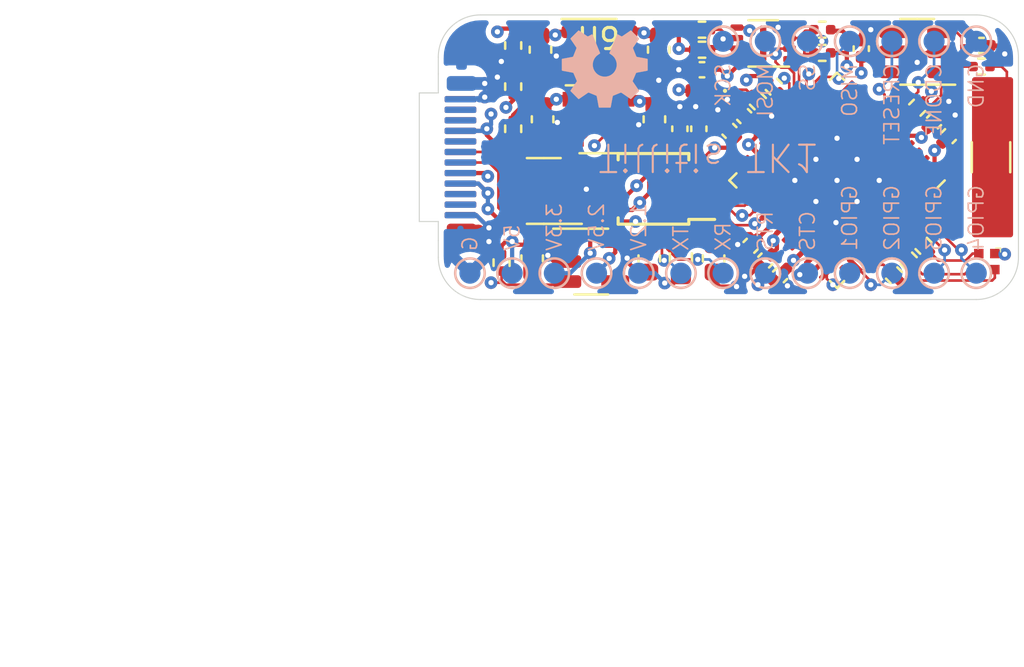
<source format=kicad_pcb>
(kicad_pcb (version 20211014) (generator pcbnew)
  (layers (0 "F.Cu" signal) (1 "In1.Cu" signal) (2 "In2.Cu" signal) (31 "B.Cu" signal) (34 "B.Paste" user) (35 "F.Paste" user) (36 "B.SilkS" user "B.Silkscreen") (37 "F.SilkS" user "F.Silkscreen") (38 "B.Mask" user) (39 "F.Mask" user) (44 "Edge.Cuts" user))
  (net 0 "")
  (net 1 "GND")
  (net 2 "+5V")
  (net 3 "+3V3")
  (net 4 "+2V5")
  (net 5 "+1V2")
  (net 6 "Net-(D3-Pad2)")
  (net 7 "Net-(D3-Pad4)")
  (net 8 "Net-(D3-Pad3)")
  (net 9 "/USB to Serial converter/INT_USB_IN_D+")
  (net 10 "APP_CDONE")
  (net 11 "APP_CRESET")
  (net 12 "APP_ICE_SCK")
  (net 13 "Net-(R1-Pad2)")
  (net 14 "VCC_OK")
  (net 17 "APP_LED_RED")
  (net 18 "APP_LED_GREEN")
  (net 19 "APP_LED_BLUE")
  (net 20 "SPI_VCC_OK")
  (net 21 "/USB to Serial converter/INT_USB_IN_D-")
  (net 22 "INT_USB_D+")
  (net 23 "INT_USB_D-")
  (net 24 "/Application FPGA/APP_+1.2_PLL")
  (net 25 "INTERFACE_TX")
  (net 28 "Net-(P1-PadA5)")
  (net 47 "APP_ICE_SS")
  (net 48 "APP_ICE_MOSI")
  (net 49 "APP_ICE_MISO")
  (net 57 "INTERFACE_RX")
  (net 58 "INTERFACE_RTS")
  (net 59 "INTERFACE_CTS")
  (net 60 "Net-(C27-Pad1)")
  (net 63 "/Application FPGA/APP_FLASH_WP")
  (net 64 "/Application FPGA/APP_FLASH_HOLD")
  (net 65 "APP_GPIO1")
  (net 66 "APP_GPIO2")
  (net 67 "APP_GPIO3")
  (net 68 "APP_GPIO4")
  (net 69 "TOUCH_EVENT")
  (net 70 "Net-(D1-Pad1)")
  (net 72 "/Application FPGA/TOUCH_PAD")
  (footprint "mta1:CAPC1005X06L" (layer "F.Cu") (at 111.45 92.65 90)
    (fp_text reference "C7" hide)
    (fp_text value "0.10uF" hide)
  )
  (footprint "mta1:CAPC1005X06L" (layer "F.Cu") (at 112.35 92.65 90)
    (fp_text reference "C13" hide)
    (fp_text value "0.10uF" hide)
  )
  (footprint "mta1:CAPC1005X06L" (layer "F.Cu") (at 123.5 92.3 45)
    (fp_text reference "C16" hide)
    (fp_text value "0.10uF" hide)
  )
  (footprint "mta1:CAPC1005X06L" (layer "F.Cu") (at 114.8 98.2 -135)
    (fp_text reference "C17" hide)
    (fp_text value "0.10uF" hide)
  )
  (footprint "mta1:CAPC1005X06L" (layer "F.Cu") (at 113.8 92.75 135)
    (fp_text reference "C18" hide)
    (fp_text value "0.10uF" hide)
  )
  (footprint "mta1:CAPC1005X06L" (layer "F.Cu") (at 124.2 93 45)
    (fp_text reference "C19" hide)
    (fp_text value "0.10uF" hide)
  )
  (footprint "mta1:CAPC1005X06L" (layer "F.Cu") (at 115.5 98.9 -135)
    (fp_text reference "C20" hide)
    (fp_text value "0.10uF" hide)
  )
  (footprint "mta1:CAPC1005X06L" (layer "F.Cu") (at 116.2 99.6 -135)
    (fp_text reference "C21" hide)
    (fp_text value "0.10uF" hide)
  )
  (footprint "LED_SMD:LED_0402_1005Metric" (layer "F.Cu") (at 112.5 90.85 180)
    (fp_text reference "D1" hide)
    (fp_text value "0402 indicator LED, blue" hide)
  )
  (footprint "mta1:0402rgb-1010" (layer "F.Cu") (at 126 98.95 90)
    (fp_text reference "D3")
    (fp_text value "LED_ARGB" hide)
  )
  (footprint "mta1:ERJ2G(0402)_L" (layer "F.Cu") (at 103.55 88.7 -90)
    (fp_text reference "R1" hide)
    (fp_text value "10k" hide)
  )
  (footprint "mta1:ERJ2G(0402)_L" (layer "F.Cu") (at 103.55 92.65 -90)
    (fp_text reference "R2" hide)
    (fp_text value "10k" hide)
  )
  (footprint "mta1:ERJ2G(0402)_L" (layer "F.Cu") (at 121.6 99.6 -45)
    (fp_text reference "R16" hide)
    (fp_text value "1k" hide)
  )
  (footprint "mta1:ERJ2G(0402)_L" (layer "F.Cu") (at 122.3 98.9 -45)
    (fp_text reference "R17" hide)
    (fp_text value "1k" hide)
  )
  (footprint "mta1:ERJ2G(0402)_L" (layer "F.Cu") (at 123 98.2 -45)
    (fp_text reference "R18" hide)
    (fp_text value "1k" hide)
  )
  (footprint "mta1:ERJ2G(0402)_L" (layer "F.Cu") (at 122.7 91.65 -135)
    (fp_text reference "R19" hide)
    (fp_text value "10k" hide)
  )
  (footprint "Package_TO_SOT_SMD:SOT-23-6" (layer "F.Cu") (at 105 95.6 180)
    (fp_text reference "U5" hide)
    (fp_text value "USBLC6-2SC6" hide)
  )
  (footprint "Package_DFN_QFN:QFN-48-1EP_7x7mm_P0.5mm_EP5.6x5.6mm" (layer "F.Cu") (at 118.9 95.1 -135)
    (fp_text reference "U6" hide)
    (fp_text value "ICE40UP5K-SG48ITR" hide)
  )
  (footprint "mta1:CAPC1608X09L" (layer "F.Cu") (at 104.94375 92.2 -90)
    (fp_text reference "C6" hide)
    (fp_text value "10uF" hide)
  )
  (footprint "mta1:CAPC1608X09L" (layer "F.Cu") (at 113.05 98.8 -90)
    (fp_text reference "C25" hide)
    (fp_text value "10uF" hide)
  )
  (footprint "mta1:Ferritbead_0603_1608Metric" (layer "F.Cu") (at 111.5 98.8 -90)
    (fp_text reference "FB3" hide)
    (fp_text value "BLM18KG300TN1D" hide)
  )
  (footprint "mta1:ERJ2G(0402)_L" (layer "F.Cu") (at 103 99 -90)
    (fp_text reference "R22" hide)
    (fp_text value "10k" hide)
  )
  (footprint "mta1:ERJ2G(0402)_L" (layer "F.Cu") (at 103.55 90.65 90)
    (fp_text reference "R29" hide)
    (fp_text value "5.1k" hide)
  )
  (footprint "mta1:ERJ2G(0402)_L" (layer "F.Cu") (at 115.9 90.65 -45)
    (fp_text reference "R20" hide)
    (fp_text value "10k" hide)
  )
  (footprint "mta1:CAPC1608X09L" (layer "F.Cu") (at 104.84375 88.9 -90)
    (fp_text reference "C1" hide)
    (fp_text value "10uF" hide)
  )
  (footprint "mta1:CAPC1608X09L" (layer "F.Cu") (at 110.45 88.9 -90)
    (fp_text reference "C5" hide)
    (fp_text value "10uF" hide)
  )
  (footprint "Package_TO_SOT_SMD:SOT-23-5" (layer "F.Cu") (at 107.64375 89)
    (fp_text reference "U2" hide)
    (fp_text value "MIC5258-1.2YM5" hide)
  )
  (footprint "mta1:CAPC1608X09L" (layer "F.Cu") (at 110 98.8 -90)
    (fp_text reference "C4" hide)
    (fp_text value "10uF" hide)
  )
  (footprint "mta1:CAPC1608X09L" (layer "F.Cu") (at 104.45 98.8 -90)
    (fp_text reference "C2" hide)
    (fp_text value "10uF" hide)
  )
  (footprint "Package_TO_SOT_SMD:SOT-23-5" (layer "F.Cu") (at 107.25 98.95)
    (fp_text reference "U1" hide)
    (fp_text value "MCP1824T-2502EOT" hide)
  )
  (footprint "mta1:CAPC1608X09L" (layer "F.Cu") (at 110.24375 92.2 -90)
    (fp_text reference "C3" hide)
    (fp_text value "10uF" hide)
  )
  (footprint "mta1:ERJ2G(0402)_L" (layer "F.Cu") (at 115.15 91.35 -45)
    (fp_text reference "R3" hide)
    (fp_text value "1k" hide)
  )
  (footprint "mta1:CAPC1005X06L" (layer "F.Cu") (at 114.5 92.05 135)
    (fp_text reference "C22" hide)
    (fp_text value "0.10uF" hide)
  )
  (footprint "mta1:NCP752BSN33T1G" (layer "F.Cu") (at 107.59375 92.2)
    (fp_text reference "U9")
    (fp_text value "NCP752BSN33T1G" hide)
  )
  (footprint "mta1:ERJ2G(0402)_L" (layer "F.Cu") (at 118.2 87.95 180)
    (fp_text reference "R25" hide)
    (fp_text value "10k" hide)
  )
  (footprint "mta1:CAPC1005X06L" (layer "F.Cu") (at 112.5 89.85 180)
    (fp_text reference "C23" hide)
    (fp_text value "0.10uF" hide)
  )
  (footprint "Package_SO:MSOP-10_3x3mm_P0.5mm" (layer "F.Cu") (at 110.2 95.5 180)
    (fp_text reference "U3" hide)
    (fp_text value "CH552E" hide)
  )
  (footprint "mta1:CAPC1005X06L" (layer "F.Cu") (at 120.05 88.85 90)
    (fp_text reference "C26" hide)
    (fp_text value "0.10uF" hide)
  )
  (footprint "mta1:ERJ2G(0402)_L" (layer "F.Cu") (at 118.2 89.05 180)
    (fp_text reference "R23" hide)
    (fp_text value "10k" hide)
  )
  (footprint "mta1:ERJ2G(0402)_L" (layer "F.Cu") (at 112.5 88.9)
    (fp_text reference "R26" hide)
    (fp_text value "10k" hide)
  )
  (footprint "Package_TO_SOT_SMD:SOT-23-6" (layer "F.Cu") (at 122.7 89 180)
    (fp_text reference "U10" hide)
    (fp_text value "PT2043AT6" hide)
  )
  (footprint "mta1:W25Q80DVUXIE" (layer "F.Cu") (at 115.4 88.6 180)
    (fp_text reference "U8" hide)
    (fp_text value "XT25F08BDFIGT-S" hide)
  )
  (footprint "mta1:ERJ2G(0402)_L" (layer "F.Cu") (at 125.75 89.7)
    (fp_text reference "R30" hide)
    (fp_text value "2k" hide)
  )
  (footprint "mta1:CAPC1005X06L" (layer "F.Cu") (at 125.75 88.7)
    (fp_text reference "C27" hide)
    (fp_text value "10pF" hide)
  )
  (footprint "Capacitor_SMD:C_1206_3216Metric" (layer "F.Cu") (at 126.2 94 90)
    (fp_text reference "C8" hide)
    (fp_text value "10uF" hide)
  )
  (footprint "mta1:U261-241N-4BS60" (layer "F.Cu") (at 101.05 94)
    (fp_text reference "P1" hide)
    (fp_text value "USB_C_Plug" hide)
    (fp_line (start -1.95 -3.05) (end -1.05 -3.05) (layer "Edge.Cuts") (width 0.05))
    (fp_line (start -1.95 3.05) (end -1.05 3.05) (layer "Edge.Cuts") (width 0.05))
    (fp_line (start -1.95 -3.05) (end -1.95 3.05) (layer "Edge.Cuts") (width 0.05))
    (fp_line (start -1.05 -3.05) (end -1.05 -3.95) (layer "Edge.Cuts") (width 0.05))
    (fp_line (start -1.05 3.95) (end -1.05 3.05) (layer "Edge.Cuts") (width 0.05))
  )
  (footprint "mta1:ERJ2G(0402)_L" (layer "F.Cu") (at 112.5 87.95)
    (fp_text reference "R24" hide)
    (fp_text value "10k" hide)
  )
  (footprint "TestPoint:TestPoint_Pad_D1.0mm" (layer "B.Cu") (at 103.5 99.5 -90)
    (fp_text reference "TP1" hide)
    (fp_text value "5V" hide)
  )
  (footprint "TestPoint:TestPoint_Pad_D1.0mm" (layer "B.Cu") (at 107.5 99.5 -90)
    (fp_text reference "TP3" hide)
    (fp_text value "2V5" hide)
  )
  (footprint "TestPoint:TestPoint_Pad_D1.0mm" (layer "B.Cu") (at 109.5 99.5 -90)
    (fp_text reference "TP4" hide)
    (fp_text value "1V2" hide)
  )
  (footprint "TestPoint:TestPoint_Pad_D1.0mm" (layer "B.Cu") (at 105.5 99.5 90)
    (fp_text reference "TP2" hide)
    (fp_text value "3V3" hide)
  )
  (footprint "TestPoint:TestPoint_Pad_D1.0mm" (layer "B.Cu") (at 113.5 99.5 180)
    (fp_text reference "TP7" hide)
    (fp_text value "INT_RX" hide)
  )
  (footprint "TestPoint:TestPoint_Pad_D1.0mm" (layer "B.Cu") (at 117.5 99.5 180)
    (fp_text reference "TP9" hide)
    (fp_text value "INT_CTS" hide)
  )
  (footprint "TestPoint:TestPoint_Pad_D1.0mm" (layer "B.Cu") (at 125.5 88.5 180)
    (fp_text reference "TP5" hide)
    (fp_text value "APP_GND" hide)
  )
  (footprint "TestPoint:TestPoint_Pad_D1.0mm" (layer "B.Cu") (at 119.5 99.5)
    (fp_text reference "TP18" hide)
    (fp_text value "APP_GPIO1" hide)
  )
  (footprint "mta1:logo_OPENHARDWARE_4mmX4mm" (layer "B.Cu") (at 107.9 89.55)
    (fp_text reference "REF**" hide)
    (fp_text value "logo")
  )
  (footprint "TestPoint:TestPoint_Pad_D1.0mm" (layer "B.Cu") (at 121.5 99.5)
    (fp_text reference "TP19" hide)
    (fp_text value "APP_GPIO2" hide)
  )
  (footprint "TestPoint:TestPoint_Pad_D1.0mm" (layer "B.Cu") (at 115.5 88.5)
    (fp_text reference "TP14" hide)
    (fp_text value "APP_ICE_MOSI" hide)
  )
  (footprint "TestPoint:TestPoint_Pad_D1.0mm" (layer "B.Cu") (at 101.5 99.5 180)
    (fp_text reference "TP28" hide)
    (fp_text value "GND" hide)
  )
  (footprint "TestPoint:TestPoint_Pad_D1.0mm" (layer "B.Cu") (at 115.5 99.5 180)
    (fp_text reference "TP8" hide)
    (fp_text value "INT_RTS" hide)
  )
  (footprint "TestPoint:TestPoint_Pad_D1.0mm" (layer "B.Cu") (at 123.5 88.5)
    (fp_text reference "TP17" hide)
    (fp_text value "APP_CDONE" hide)
  )
  (footprint "TestPoint:TestPoint_Pad_D1.0mm" (layer "B.Cu") (at 119.5 88.5)
    (fp_text reference "TP15" hide)
    (fp_text value "APP_ICE_MISO" hide)
  )
  (footprint "TestPoint:TestPoint_Pad_D1.0mm" (layer "B.Cu") (at 123.5 99.5)
    (fp_text reference "TP20" hide)
    (fp_text value "APP_GPIO3" hide)
  )
  (footprint "TestPoint:TestPoint_Pad_D1.0mm" (layer "B.Cu") (at 111.5 99.5 180)
    (fp_text reference "TP6" hide)
    (fp_text value "INT_TX" hide)
  )
  (footprint "TestPoint:TestPoint_Pad_D1.0mm" (layer "B.Cu") (at 117.5 88.5)
    (fp_text reference "TP13" hide)
    (fp_text value "APP_ICE_SS" hide)
  )
  (footprint "TestPoint:TestPoint_Pad_D1.0mm" (layer "B.Cu") (at 113.5 88.5)
    (fp_text reference "TP12" hide)
    (fp_text value "APP_ICE_SCK" hide)
  )
  (footprint "TestPoint:TestPoint_Pad_D1.0mm" (layer "B.Cu") (at 125.5 99.5)
    (fp_text reference "TP21" hide)
    (fp_text value "APP_GPIO4" hide)
  )
  (footprint "TestPoint:TestPoint_Pad_D1.0mm" (layer "B.Cu") (at 121.5 88.5)
    (fp_text reference "TP16" hide)
    (fp_text value "APP_CRESET" hide)
  )
  (gr_line (start 100 97.95) (end 100 98.75) (layer "Edge.Cuts") (width 0.05))
  (gr_line (start 102 87.25) (end 125.5 87.25) (layer "Edge.Cuts") (width 0.05))
  (gr_arc (start 125.5 87.25) (mid 126.914214 87.835786) (end 127.5 89.25) (layer "Edge.Cuts") (width 0.05))
  (gr_line (start 127.5 89.25) (end 127.5 98.75) (layer "Edge.Cuts") (width 0.05))
  (gr_arc (start 102 100.75) (mid 100.585275 100.164725) (end 100 98.75) (layer "Edge.Cuts") (width 0.05))
  (gr_arc (start 127.5 98.75) (mid 126.914214 100.164214) (end 125.5 100.75) (layer "Edge.Cuts") (width 0.05))
  (gr_line (start 125.5 100.75) (end 102 100.75) (layer "Edge.Cuts") (width 0.05))
  (gr_arc (start 100 89.25) (mid 100.585785 87.835785) (end 102 87.25) (layer "Edge.Cuts") (width 0.05))
  (gr_line (start 100 89.25) (end 100 90.05) (layer "Edge.Cuts") (width 0.05))
  (gr_text "GPIO1" (at 119.5 98.5 90) (layer "B.SilkS") (effects (font (size 0.7 0.7) (thickness 0.08)) (justify right mirror)))
  (gr_text "1.2V" (at 109.5 98.5 90) (layer "B.SilkS") (effects (font (size 0.7 0.7) (thickness 0.08)) (justify right mirror)))
  (gr_text "CTS" (at 117.5 98.5 90) (layer "B.SilkS") (effects (font (size 0.7 0.7) (thickness 0.08)) (justify right mirror)))
  (gr_text "G" (at 101.5 98.5 90) (layer "B.SilkS") (effects (font (size 0.7 0.7) (thickness 0.08)) (justify right mirror)))
  (gr_text "CDONE" (at 123.5 89.5 90) (layer "B.SilkS") (effects (font (size 0.7 0.7) (thickness 0.08)) (justify left mirror)))
  (gr_text "MOSI" (at 115.5 89.5 90) (layer "B.SilkS") (effects (font (size 0.7 0.7) (thickness 0.08)) (justify left mirror)))
  (gr_text "GPIO4" (at 125.5 98.5 90) (layer "B.SilkS") (effects (font (size 0.7 0.7) (thickness 0.08)) (justify right mirror)))
  (gr_text "RX" (at 113.5 98.5 90) (layer "B.SilkS") (effects (font (size 0.7 0.7) (thickness 0.08)) (justify right mirror)))
  (gr_text "3.3V" (at 105.5 98.5 90) (layer "B.SilkS") (effects (font (size 0.7 0.7) (thickness 0.08)) (justify right mirror)))
  (gr_text "TX" (at 111.5 98.5 90) (layer "B.SilkS") (effects (font (size 0.7 0.7) (thickness 0.08)) (justify right mirror)))
  (gr_text "GND" (at 125.5 89.5 90) (layer "B.SilkS") (effects (font (size 0.7 0.7) (thickness 0.08)) (justify left mirror)))
  (gr_text "SCK" (at 113.5 89.5 90) (layer "B.SilkS") (effects (font (size 0.7 0.7) (thickness 0.08)) (justify left mirror)))
  (gr_text "MISO" (at 119.5 89.5 90) (layer "B.SilkS") (effects (font (size 0.7 0.7) (thickness 0.08)) (justify left mirror)))
  (gr_text "Tillitis TK1" (at 107.5 94 180) (layer "B.SilkS") (effects (font (size 1.3 1.3) (thickness 0.1)) (justify left mirror)))
  (gr_text "RTS" (at 115.5 98.5 90) (layer "B.SilkS") (effects (font (size 0.7 0.7) (thickness 0.08)) (justify right mirror)))
  (gr_text "5V" (at 103.5 98.5 90) (layer "B.SilkS") (effects (font (size 0.7 0.7) (thickness 0.08)) (justify right mirror)))
  (gr_text "CRESET" (at 121.5 89.5 90) (layer "B.SilkS") (effects (font (size 0.7 0.7) (thickness 0.08)) (justify left mirror)))
  (gr_text "GPIO3" (at 123.5 98.5 90) (layer "B.SilkS") (effects (font (size 0.7 0.7) (thickness 0.08)) (justify right mirror)))
  (gr_text "GPIO2" (at 121.5 98.5 90) (layer "B.SilkS") (effects (font (size 0.7 0.7) (thickness 0.08)) (justify right mirror)))
  (gr_text "2.5V" (at 107.5 98.5 90) (layer "B.SilkS") (effects (font (size 0.7 0.7) (thickness 0.08)) (justify right mirror)))
  (gr_text "SS" (at 117.5 89.5 90) (layer "B.SilkS") (effects (font (size 0.7 0.7) (thickness 0.08)) (justify left mirror)))
  (segment (start 106.1375 95.6) (end 106.93502 95.6) (width 0.2) (layer "F.Cu") (net 1))
  (segment (start 105.19173 98.653959) (end 105.19173 98.70827) (width 0.2) (layer "F.Cu") (net 1))
  (segment (start 124.75 92.25) (end 124.75 92.45) (width 0.2) (layer "F.Cu") (net 1))
  (segment (start 101.9 97.5) (end 102.4 98) (width 0.6) (layer "F.Cu") (net 1))
  (segment (start 108.951563 98.951563) (end 109.45 99.45) (width 0.2) (layer "F.Cu") (net 1))
  (segment (start 109.891862 92.85) (end 110.24375 92.85) (width 0.2) (layer "F.Cu") (net 1))
  (segment (start 123.15 89.05) (end 122.7 89.5) (width 0.2) (layer "F.Cu") (net 1))
  (segment (start 113.524228 92.474228) (end 113.25 92.2) (width 0.2) (layer "F.Cu") (net 1))
  (segment (start 116.148456 100.1) (end 115.924228 99.875772) (width 0.2) (layer "F.Cu") (net 1))
  (segment (start 114.7 99.65) (end 115.174228 99.175772) (width 0.2) (layer "F.Cu") (net 1))
  (segment (start 105.537771 99) (end 106.1125 99) (width 0.2) (layer "F.Cu") (net 1))
  (segment (start 121.5625 88.05) (end 120.6 88.05) (width 0.2) (layer "F.Cu") (net 1))
  (segment (start 112.35 92.26) (end 112.35 91.75) (width 0.2) (layer "F.Cu") (net 1))
  (segment (start 102.4 97.35) (end 102.4 98) (width 0.2) (layer "F.Cu") (net 1))
  (segment (start 104.95 92.75) (end 105.15 92.75) (width 0.2) (layer "F.Cu") (net 1))
  (segment (start 109.45 99.45) (end 110 99.45) (width 0.2) (layer "F.Cu") (net 1))
  (segment (start 105.15 92.75) (end 105.65 92.25) (width 0.2) (layer "F.Cu") (net 1))
  (segment (start 124.75 92.45) (end 124.475772 92.724228) (width 0.2) (layer "F.Cu") (net 1))
  (segment (start 124.5 92) (end 124.75 92.25) (width 0.2) (layer "F.Cu") (net 1))
  (segment (start 116.120888 87.85) (end 116.107816 87.836928) (width 0.2) (layer "F.Cu") (net 1))
  (segment (start 115.432843 91.632843) (end 115.432843 91.682843) (width 0.2) (layer "F.Cu") (net 1))
  (segment (start 103.55 89.820552) (end 103.28798 89.558532) (width 0.2) (layer "F.Cu") (net 1))
  (segment (start 123.8375 89.05) (end 123.15 89.05) (width 0.2) (layer "F.Cu") (net 1))
  (segment (start 105.7 89) (end 105.25 89.45) (width 0.2) (layer "F.Cu") (net 1))
  (segment (start 114.19095 98.14045) (end 114.524228 98.473728) (width 0.2) (layer "F.Cu") (net 1))
  (segment (start 115.174228 99.175772) (end 115.224228 99.175772) (width 0.2) (layer "F.Cu") (net 1))
  (segment (start 126.45 88.7) (end 126.85 89.1) (width 0.2) (layer "F.Cu") (net 1))
  (segment (start 106.50625 89) (end 105.79375 89) (width 0.2) (layer "F.Cu") (net 1))
  (segment (start 113.336045 100.136045) (end 113.05 99.85) (width 0.2) (layer "F.Cu") (net 1))
  (segment (start 101.1 97.5) (end 101.9 97.5) (width 0.6) (layer "F.Cu") (net 1))
  (segment (start 108 95.45) (end 107.08502 95.45) (width 0.2) (layer "F.Cu") (net 1))
  (segment (start 110.45 89.55) (end 110.45 90.35) (width 0.2) (layer "F.Cu") (net 1))
  (segment (start 107.08502 95.45) (end 107.01751 95.51751) (width 0.2) (layer "F.Cu") (net 1))
  (segment (start 101.8 96.75) (end 102.4 97.35) (width 0.2) (layer "F.Cu") (net 1))
  (segment (start 114.52161 99.65) (end 114.7 99.65) (width 0.2) (layer "F.Cu") (net 1))
  (segment (start 114.524228 98.473728) (end 114.524228 98.475772) (width 0.2) (layer "F.Cu") (net 1))
  (segment (start 113.712489 91.262489) (end 114.224228 91.774228) (width 0.2) (layer "F.Cu") (net 1))
  (segment (start 113.7 91.262489) (end 113.712489 91.262489) (width 0.2) (layer "F.Cu") (net 1))
  (segment (start 103.28798 89.53798) (end 103.206771 89.456771) (width 0.2) (layer "F.Cu") (net 1))
  (segment (start 103.28798 89.558532) (end 103.28798 89.53798) (width 0.2) (layer "F.Cu") (net 1))
  (segment (start 116.65 87.85) (end 116.120888 87.85) (width 0.2) (layer "F.Cu") (net 1))
  (segment (start 124.2 91.6) (end 123.775772 92.024228) (width 0.2) (layer "F.Cu") (net 1))
  (segment (start 105.25 89.45) (end 104.85 89.45) (width 0.2) (layer "F.Cu") (net 1))
  (segment (start 106.93502 95.6) (end 107.01751 95.51751) (width 0.2) (layer "F.Cu") (net 1))
  (segment (start 113.25 92.2) (end 113.25 91.75) (width 0.2) (layer "F.Cu") (net 1))
  (segment (start 120.05 88.46) (end 120.05 88.5) (width 0.2) (layer "F.Cu") (net 1))
  (segment (start 105.19173 98.653959) (end 105.537771 99) (width 0.2) (layer "F.Cu") (net 1))
  (segment (start 113.05 99.85) (end 113.05 99.45) (width 0.2) (layer "F.Cu") (net 1))
  (segment (start 115.432843 91.682843) (end 115.8 92.05) (width 0.2) (layer "F.Cu") (net 1))
  (segment (start 105.8 92.1) (end 105.65 92.25) (width 0.2) (layer "F.Cu") (net 1))
  (segment (start 106.50625 89) (end 105.7 89) (width 0.2) (layer "F.Cu") (net 1))
  (segment (start 101.05 96.75) (end 101.8 96.75) (width 0.2) (layer "F.Cu") (net 1))
  (segment (start 102.1 91.25) (end 102.2 91.15) (width 0.2) (layer "F.Cu") (net 1))
  (segment (start 116.55 100.1) (end 116.148456 100.1) (width 0.2) (layer "F.Cu") (net 1))
  (segment (start 101.05 91.25) (end 102.1 91.25) (width 0.2) (layer "F.Cu") (net 1))
  (segment (start 120.6 88.05) (end 120.5 87.95) (width 0.2) (layer "F.Cu") (net 1))
  (segment (start 120.25 87.95) (end 120.5 87.95) (width 0.2) (layer "F.Cu") (net 1))
  (segment (start 112.35 91.75) (end 112.2 91.6) (width 0.2) (layer "F.Cu") (net 1))
  (segment (start 120.05 88.15) (end 120.25 87.95) (width 0.2) (layer "F.Cu") (net 1))
  (segment (start 121.5625 90) (end 122.2 90) (width 0.2) (layer "F.Cu") (net 1))
  (segment (start 105.19173 98.70827) (end 104.45 99.45) (width 0.2) (layer "F.Cu") (net 1))
  (segment (start 111.45 92.26) (end 111.45 91.6) (width 0.2) (layer "F.Cu") (net 1))
  (segment (start 108.951563 98.787032) (end 108.951563 98.951563) (width 0.2) (layer "F.Cu") (net 1))
  (segment (start 106.4 92.1) (end 105.8 92.1) (width 0.2) (layer "F.Cu") (net 1))
  (segment (start 103.206771 89.456771) (end 102.987526 89.456771) (width 0.2) (layer "F.Cu") (net 1))
  (segment (start 124.2 91.35) (end 124.2 91.6) (width 0.2) (layer "F.Cu") (net 1))
  (segment (start 120.05 88.5) (end 120.05 88.15) (width 0.2) (layer "F.Cu") (net 1))
  (segment (start 126.14 88.7) (end 126.45 88.7) (width 0.2) (layer "F.Cu") (net 1))
  (segment (start 114.136045 100.136045) (end 113.336045 100.136045) (width 0.2) (layer "F.Cu") (net 1))
  (segment (start 109.499292 92.45743) (end 109.891862 92.85) (width 0.2) (layer "F.Cu") (net 1))
  (segment (start 103.55 90.25) (end 103.55 89.820552) (width 0.2) (layer "F.Cu") (net 1))
  (segment (start 122.2 90) (end 122.7 89.5) (width 0.2) (layer "F.Cu") (net 1))
  (segment (start 112.11 89.85) (end 111.4 89.85) (width 0.2) (layer "F.Cu") (net 1))
  (via (at 113.7 91.262489) (size 0.6) (drill 0.25) (layers "F.Cu" "B.Cu") (net 1))
  (via (at 126.85 89.1) (size 0.6) (drill 0.25) (layers "F.Cu" "B.Cu") (net 1))
  (via (at 109.499292 92.45743) (size 0.6) (drill 0.25) (layers "F.Cu" "B.Cu") (net 1))
  (via (at 105.64375 92.35) (size 0.6) (drill 0.25) (layers "F.Cu" "B.Cu") (net 1))
  (via (at 116.55 100.1) (size 0.6) (drill 0.25) (layers "F.Cu" "B.Cu") (net 1))
  (via (at 102.2 90.5) (size 0.6) (drill 0.25) (layers "F.Cu" "B.Cu") (net 1))
  (via (at 107.01751 95.51751) (size 0.6) (drill 0.25) (layers "F.Cu" "B.Cu") (net 1))
  (via (at 112.2 91.6) (size 0.6) (drill 0.25) (layers "F.Cu" "B.Cu") (net 1))
  (via (at 117.9 96.1) (size 0.6) (drill 0.25) (layers "F.Cu" "B.Cu") (net 1))
  (via (at 116.9 95.1) (size 0.6) (drill 0.25) (layers "F.Cu" "B.Cu") (net 1))
  (via (at 114.19095 98.14045) (size 0.6) (drill 0.25) (layers "F.Cu" "B.Cu") (net 1))
  (via (at 110.45 90.35) (size 0.6) (drill 0.25) (layers "F.Cu" "B.Cu") (net 1))
  (via (at 116.107816 87.836928) (size 0.6) (drill 0.25) (layers "F.Cu" "B.Cu") (net 1))
  (via (at 119.85 94.1) (size 0.6) (drill 0.25) (layers "F.Cu" "B.Cu") (net 1))
  (via (at 118.9 93.1) (size 0.6) (drill 0.25) (layers "F.Cu" "B.Cu") (net 1))
  (via (at 102.8 90.2) (size 0.6) (drill 0.25) (layers "F.Cu" "B.Cu") (net 1))
  (via (at 102.987526 89.456771) (size 0.6) (drill 0.25) (layers "F.Cu" "B.Cu") (net 1))
  (via (at 124.2 91.35) (size 0.6) (drill 0.25) (layers "F.Cu" "B.Cu") (net 1))
  (via (at 102.2 91.15) (size 0.6) (drill 0.25) (layers "F.Cu" "B.Cu") (net 1))
  (via (at 114.136045 100.136045) (size 0.6) (drill 0.25) (layers "F.Cu" "B.Cu") (net 1))
  (via (at 111.45 91.6) (size 0.6) (drill 0.25) (layers "F.Cu" "B.Cu") (net 1))
  (via (at 113.25 91.75) (size 0.6) (drill 0.25) (layers "F.Cu" "B.Cu") (net 1))
  (via (at 114.52161 99.65) (size 0.6) (drill 0.25) (layers "F.Cu" "B.Cu") (net 1))
  (via (at 117.9 94.1) (size 0.6) (drill 0.25) (layers "F.Cu" "B.Cu") (net 1))
  (via (at 105.59375 89.2) (size 0.6) (drill 0.25) (layers "F.Cu" "B.Cu") (net 1))
  (via (at 118.9 95.1) (size 0.6) (drill 0.25) (layers "F.Cu" "B.Cu") (net 1))
  (via (at 122.7 89.5) (size 0.6) (drill 0.25) (layers "F.Cu" "B.Cu") (net 1))
  (via (at 108.951563 98.787032) (size 0.6) (drill 0.25) (layers "F.Cu" "B.Cu") (net 1))
  (via (at 105.19173 98.653959) (size 0.6) (drill 0.25) (layers "F.Cu" "B.Cu") (net 1))
  (via (at 120.5 87.95) (size 0.6) (drill 0.25) (layers "F.Cu" "B.Cu") (net 1))
  (via (at 119.85 96.1) (size 0.6) (drill 0.25) (layers "F.Cu" "B.Cu") (net 1))
  (via (at 102.4 98) (size 0.6) (drill 0.25) (layers "F.Cu" "B.Cu") (net 1))
  (via (at 102.4 97.35) (size 0.6) (drill 0.25) (layers "F.Cu" "B.Cu") (net 1))
  (via (at 124.5 92) (size 0.6) (drill 0.25) (layers "F.Cu" "B.Cu") (net 1))
  (via (at 120.9 95.1) (size 0.6) (drill 0.25) (layers "F.Cu" "B.Cu") (net 1))
  (via (at 111.4 89.85) (size 0.6) (drill 0.25) (layers "F.Cu" "B.Cu") (net 1))
  (via (at 115.8 92.05) (size 0.6) (drill 0.25) (layers "F.Cu" "B.Cu") (net 1))
  (via (at 118.85 97.1) (size 0.6) (drill 0.25) (layers "F.Cu" "B.Cu") (net 1))
  (segment (start 101.1 90.5) (end 102.2 90.5) (width 0.6) (layer "B.Cu") (net 1))
  (segment (start 102.2 90.5) (end 102.2 91.15) (width 0.2) (layer "B.Cu") (net 1))
  (segment (start 101.05 96.75) (end 101.8 96.75) (width 0.2) (layer "B.Cu") (net 1))
  (segment (start 101.8 96.75) (end 102.4 97.35) (width 0.2) (layer "B.Cu") (net 1))
  (segment (start 101.05 91.25) (end 102.1 91.25) (width 0.2) (layer "B.Cu") (net 1))
  (segment (start 102.1 91.25) (end 102.2 91.15) (width 0.2) (layer "B.Cu") (net 1))
  (segment (start 103.2 98) (end 103 98.2) (width 0.2) (layer "F.Cu") (net 2))
  (segment (start 105.5 88.15) (end 104.85 88.15) (width 0.2) (layer "F.Cu") (net 2))
  (segment (start 103.55 88) (end 103.55 88.3) (width 0.2) (layer "F.Cu") (net 2))
  (segment (start 104.524546 94) (end 104.72452 94.199974) (width 0.2) (layer "F.Cu") (net 2))
  (segment (start 103.45 87.9) (end 103.55 88) (width 0.2) (layer "F.Cu") (net 2))
  (segment (start 104.5 97.1) (end 103 97.1) (width 0.2) (layer "F.Cu") (net 2))
  (segment (start 103.8625 95.6) (end 104.7 95.6) (width 0.2) (layer "F.Cu") (net 2))
  (segment (start 102.95 87.9) (end 103.45 87.9) (width 0.2) (layer "F.Cu") (net 2))
  (segment (start 104.7 95.6) (end 104.72452 95.57548) (width 0.2) (layer "F.Cu") (net 2))
  (segment (start 106.0625 98) (end 104.6 98) (width 0.2) (layer "F.Cu") (net 2))
  (segment (start 101.05 92.75) (end 102.2 92.75) (width 0.2) (layer "F.Cu") (net 2))
  (segment (start 104.72452 94.199974) (end 104.72452 95.57548) (width 0.2) (layer "F.Cu") (net 2))
  (segment (start 103.35 94) (end 104.524546 94) (width 0.2) (layer "F.Cu") (net 2))
  (segment (start 102.2 92.75) (end 102.3 92.65) (width 0.2) (layer "F.Cu") (net 2))
  (segment (start 104.6 98) (end 104.45 98.15) (width 0.2) (layer "F.Cu") (net 2))
  (segment (start 103.5 98) (end 103.2 98) (width 0.2) (layer "F.Cu") (net 2))
  (segment (start 104.94375 91.55) (end 105.29375 91.55) (width 0.2) (layer "F.Cu") (net 2))
  (segment (start 105.6 91.15) (end 106.4 91.15) (width 0.2) (layer "F.Cu") (net 2))
  (segment (start 101.9 95.25) (end 101.05 95.25) (width 0.2) (layer "F.Cu") (net 2))
  (segment (start 104 91.55) (end 104.85 91.55) (width 0.2) (layer "F.Cu") (net 2))
  (segment (start 105.69375 88.05) (end 106.50625 88.05) (width 0.2) (layer "F.Cu") (net 2))
  (segment (start 104.72452 96.87548) (end 104.5 97.1) (width 0.2) (layer "F.Cu") (net 2))
  (segment (start 102.8 88.05) (end 102.95 87.9) (width 0.2) (layer "F.Cu") (net 2))
  (segment (start 105.29375 91.55) (end 105.59375 91.25) (width 0.2) (layer "F.Cu") (net 2))
  (segment (start 103 98.2) (end 103 98.6) (width 0.2) (layer "F.Cu") (net 2))
  (segment (start 103.55 92.25) (end 103.55 92) (width 0.2) (layer "F.Cu") (net 2))
  (segment (start 103.55 92) (end 104 91.55) (width 0.2) (layer "F.Cu") (net 2))
  (segment (start 102.3 92.95) (end 103.35 94) (width 0.2) (layer "F.Cu") (net 2))
  (segment (start 103.5 98) (end 103.65 98.15) (width 0.2) (layer "F.Cu") (net 2))
  (segment (start 102.35 95.7) (end 101.9 95.25) (width 0.2) (layer "F.Cu") (net 2))
  (segment (start 103.65 98.15) (end 104.45 98.15) (width 0.2) (layer "F.Cu") (net 2))
  (segment (start 104.72452 95.57548) (end 104.72452 96.87548) (width 0.2) (layer "F.Cu") (net 2))
  (segment (start 102.3 92.65) (end 102.3 92.95) (width 0.2) (layer "F.Cu") (net 2))
  (segment (start 103 97.1) (end 102.35 96.45) (width 0.2) (layer "F.Cu") (net 2))
  (segment (start 105.55 88.1) (end 105.5 88.15) (width 0.2) (layer "F.Cu") (net 2))
  (via (at 105.54375 88.2) (size 0.6) (drill 0.25) (layers "F.Cu" "B.Cu") (net 2))
  (via (at 105.59375 91.25) (size 0.6) (drill 0.25) (layers "F.Cu" "B.Cu") (net 2))
  (via (at 102.5 91.95) (size 0.6) (drill 0.25) (layers "F.Cu" "B.Cu") (net 2))
  (via (at 103.5 98) (size 0.6) (drill 0.25) (layers "F.Cu" "B.Cu") (net 2))
  (via (at 102.3 92.65) (size 0.6) (drill 0.25) (layers "F.Cu" "B.Cu") (net 2))
  (via (at 102.35 95.7) (size 0.6) (drill 0.25) (layers "F.Cu" "B.Cu") (net 2))
  (via (at 102.8 88.05) (size 0.6) (drill 0.25) (layers "F.Cu" "B.Cu") (net 2))
  (via (at 102.35 96.45) (size 0.6) (drill 0.25) (layers "F.Cu" "B.Cu") (net 2))
  (segment (start 102.5 92.45) (end 102.5 91.95) (width 0.2) (layer "B.Cu") (net 2))
  (segment (start 102.2 92.75) (end 102.3 92.65) (width 0.2) (layer "B.Cu") (net 2))
  (segment (start 101.9 95.25) (end 102.35 95.7) (width 0.2) (layer "B.Cu") (net 2))
  (segment (start 103.5 98) (end 103.5 99.5) (width 0.2) (layer "B.Cu") (net 2))
  (segment (start 102.3 92.65) (end 102.5 92.45) (width 0.2) (layer "B.Cu") (net 2))
  (segment (start 102.35 95.7) (end 102.35 96.45) (width 0.2) (layer "B.Cu") (net 2))
  (segment (start 101.05 95.25) (end 101.9 95.25) (width 0.2) (layer "B.Cu") (net 2))
  (segment (start 101.05 92.75) (end 102.2 92.75) (width 0.2) (layer "B.Cu") (net 2))
  (segment (start 109.4 95.35) (end 111.25 93.5) (width 0.2) (layer "F.Cu") (net 3))
  (segment (start 110.00048 95.176912) (end 111.377394 93.8) (width 0.2) (layer "F.Cu") (net 3))
  (segment (start 108 96) (end 108.75 96) (width 0.2) (layer "F.Cu") (net 3))
  (segment (start 112.1 88.9) (end 111.45 88.9) (width 0.2) (layer "F.Cu") (net 3))
  (segment (start 115.4 90.15) (end 115.617157 90.367157) (width 0.2) (layer "F.Cu") (net 3))
  (segment (start 123.522528 93.677472) (end 123.522528 94.366559) (width 0.2) (layer "F.Cu") (net 3))
  (segment (start 119.365412 89.034588) (end 119.365412 88.215412) (width 0.2) (layer "F.Cu") (net 3))
  (segment (start 113.7 90.15) (end 114.15 89.7) (width 0.2) (layer "F.Cu") (net 3))
  (segment (start 118.6 89.05) (end 119.35 89.05) (width 0.2) (layer "F.Cu") (net 3))
  (segment (start 123.522528 94.366559) (end 123.275223 94.613864) (width 0.2) (layer "F.Cu") (net 3))
  (segment (start 111.724554 93.800969) (end 111.999031 93.800969) (width 0.2) (layer "F.Cu") (net 3))
  (segment (start 114.599988 90.338489) (end 114.788477 90.15) (width 0.2) (layer "F.Cu") (net 3))
  (segment (start 111.6 87.95) (end 111.4 88.15) (width 0.2) (layer "F.Cu") (net 3))
  (segment (start 116.475772 99.25334) (end 116.836928 98.892184) (width 0.2) (layer "F.Cu") (net 3))
  (segment (start 115.05 92.6) (end 115.05 93.05) (width 0.2) (layer "F.Cu") (net 3))
  (segment (start 111.4 93.5) (end 111.45 93.45) (width 0.2) (layer "F.Cu") (net 3))
  (segment (start 123.924228 93.275772) (end 123.6 93.6) (width 0.2) (layer "F.Cu") (net 3))
  (segment (start 122.982843 91.367157) (end 123.371981 90.978019) (width 0.2) (layer "F.Cu") (net 3))
  (segment (start 119.365412 88.215412) (end 119.3 88.15) (width 0.2) (layer "F.Cu") (net 3))
  (segment (start 123.371981 90.978019) (end 123.371981 90.871981) (width 0.2) (layer "F.Cu") (net 3))
  (segment (start 111.45 88.9) (end 111.4 88.85) (width 0.2) (layer "F.Cu") (net 3))
  (segment (start 118.6 88) (end 119.15 88) (width 0.2) (layer "F.Cu") (net 3))
  (segment (start 111.25 93.5) (end 111.4 93.5) (width 0.2) (layer "F.Cu") (net 3))
  (segment (start 114.788477 90.15) (end 115.4 90.15) (width 0.2) (layer "F.Cu") (net 3))
  (segment (start 109.45 91.15) (end 108.8 91.15) (width 0.2) (layer "F.Cu") (net 3))
  (segment (start 111.723585 93.8) (end 111.724554 93.800969) (width 0.2) (layer "F.Cu") (net 3))
  (segment (start 115.231884 93.906757) (end 115.206757 93.906757) (width 0.2) (layer "F.Cu") (net 3))
  (segment (start 110.00048 95.69952) (end 110.00048 95.176912) (width 0.2) (layer "F.Cu") (net 3))
  (segment (start 120.05 89.24) (end 120.51 89.24) (width 0.2) (layer "F.Cu") (net 3))
  (segment (start 117.353204 98.414563) (end 117.314549 98.414563) (width 0.2) (layer "F.Cu") (net 3))
  (segment (start 120.75 89) (end 121.5625 89) (width 0.2) (layer "F.Cu") (net 3))
  (segment (start 119.365412 89.676255) (end 119.365412 89.034588) (width 0.2) (layer "F.Cu") (net 3))
  (segment (start 123.522528 93.677472) (end 123.924228 93.275772) (width 0.2) (layer "F.Cu") (net 3))
  (segment (start 112.1 87.95) (end 111.6 87.95) (width 0.2) (layer "F.Cu") (net 3))
  (segment (start 109.55 91.25) (end 110.05 91.25) (width 0.2) (layer "F.Cu") (net 3))
  (segment (start 111.7 87.85) (end 111.4 88.15) (width 0.2) (layer "F.Cu") (net 3))
  (segment (start 114.775772 92.325772) (end 115.05 92.6) (width 0.2) (layer "F.Cu") (net 3))
  (segment (start 111.999031 93.800969) (end 112.35 93.45) (width 0.2) (layer "F.Cu") (net 3))
  (segment (start 110.05 91.25) (end 110.25 91.45) (width 0.2) (layer "F.Cu") (net 3))
  (segment (start 107.2 98.55) (end 107.2 97.9) (width 0.2) (layer "F.Cu") (net 3))
  (segment (start 112.1 87.85) (end 111.7 87.85) (width 0.2) (layer "F.Cu") (net 3))
  (segment (start 119.15 88) (end 119.3 88.15) (width 0.2) (layer "F.Cu") (net 3))
  (segment (start 113.7 90.15) (end 113.4 89.85) (width 0.2) (layer "F.Cu") (net 3))
  (segment (start 109.2 96.5) (end 109.55 96.15) (width 0.2) (layer "F.Cu") (net 3))
  (segment (start 114.15 89.7) (end 114.15 89.35) (width 0.2) (layer "F.Cu") (net 3))
  (segment (start 109.55 96.15) (end 110.00048 95.69952) (width 0.2) (layer "F.Cu") (net 3))
  (segment (start 111.4 88.15) (end 111.4 88.85) (width 0.2) (layer "F.Cu") (net 3))
  (segment (start 111.45 93.45) (end 111.45 93.04) (width 0.2) (layer "F.Cu") (net 3))
  (segment (start 120.05 89.24) (end 120.05 90) (width 0.2) (layer "F.Cu") (net 3))
  (segment (start 111.377394 93.8) (end 111.723585 93.8) (width 0.2) (layer "F.Cu") (net 3))
  (segment (start 109.55 91.25) (end 109.45 91.15) (width 0.2) (layer "F.Cu") (net 3))
  (segment (start 126.82 98.57) (end 126.38 98.57) (width 0.2) (layer "F.Cu") (net 3))
  (segment (start 108.75 96) (end 109.4 95.35) (width 0.2) (layer "F.Cu") (net 3))
  (segment (start 107.2 97.9) (end 108.05 97.05) (width 0.2) (layer "F.Cu") (net 3))
  (segment (start 113.4 89.85) (end 112.89 89.85) (width 0.2) (layer "F.Cu") (net 3))
  (segment (start 108.05 97.05) (end 109.35 97.05) (width 0.2) (layer "F.Cu") (net 3))
  (segment (start 109.25 96.45) (end 109.55 96.15) (width 0.2) (layer "F.Cu") (net 3))
  (segment (start 117.314549 98.414563) (end 116.836928 98.892184) (width 0.2) (layer "F.Cu") (net 3))
  (segment (start 115.05 93.05) (end 114.7 93.4) (width 0.2) (layer "F.Cu") (net 3))
  (segment (start 112.35 93.45) (end 112.35 93.04) (width 0.2) (layer "F.Cu") (net 3))
  (segment (start 119.35 89.05) (end 119.365412 89.034588) (width 0.2) (layer "F.Cu") (net 3))
  (segment (start 126.85 98.6) (end 126.82 98.57) (width 0.2) (layer "F.Cu") (net 3))
  (segment (start 116.475772 99.324228) (end 116.475772 99.25334) (width 0.2) (layer "F.Cu") (net 3))
  (segment (start 120.51 89.24) (end 120.75 89) (width 0.2) (layer "F.Cu") (net 3))
  (segment (start 108 96.5) (end 109.2 96.5) (width 0.2) (layer "F.Cu") (net 3))
  (segment (start 115.206757 93.906757) (end 114.7 93.4) (width 0.2) (layer "F.Cu") (net 3))
  (via (at 114.7 93.4) (size 0.6) (drill 0.25) (layers "F.Cu" "B.Cu") (net 3))
  (via (at 123.371981 90.871981) (size 0.6) (drill 0.25) (layers "F.Cu" "B.Cu") (net 3))
  (via (at 111.4 88.85) (size 0.6) (drill 0.25) (layers "F.Cu" "B.Cu") (net 3))
  (via (at 119.365412 89.676255) (size 0.6) (drill 0.25) (layers "F.Cu" "B.Cu") (net 3))
  (via (at 107.2 98.55) (size 0.6) (drill 0.25) (layers "F.Cu" "B.Cu") (net 3))
  (via (at 123.522528 93.677472) (size 0.6) (drill 0.25) (layers "F.Cu" "B.Cu") (net 3))
  (via (at 116.836928 98.892184) (size 0.6) (drill 0.25) (layers "F.Cu" "B.Cu") (net 3))
  (via (at 109.55 96.15) (size 0.6) (drill 0.25) (layers "F.Cu" "B.Cu") (net 3))
  (via (at 114.599988 90.338489) (size 0.6) (drill 0.25) (layers "F.Cu" "B.Cu") (net 3))
  (via (at 109.54375 91.35) (size 0.6) (drill 0.25) (layers "F.Cu" "B.Cu") (net 3))
  (via (at 109.35 97.05) (size 0.6) (drill 0.25) (layers "F.Cu" "B.Cu") (net 3))
  (via (at 109.4 95.35) (size 0.6) (drill 0.25) (layers "F.Cu" "B.Cu") (net 3))
  (via (at 120.05 90) (size 0.6) (drill 0.25) (layers "F.Cu" "B.Cu") (net 3))
  (via (at 126.85 98.6) (size 0.6) (drill 0.25) (layers "F.Cu" "B.Cu") (net 3))
  (via (at 113.7 90.15) (size 0.6) (drill 0.25) (layers "F.Cu" "B.Cu") (net 3))
  (segment (start 106.25 99.5) (end 107.2 98.55) (width 0.2) (layer "B.Cu") (net 3))
  (segment (start 105.5 99.5) (end 106.25 99.5) (width 0.2) (layer "B.Cu") (net 3))
  (segment (start 109.85 98) (end 110 98.15) (width 0.2) (layer "F.Cu") (net 4))
  (segment (start 113.1 93.55) (end 112.549511 94.100489) (width 0.2) (layer "F.Cu") (net 4))
  (segment (start 110.3 97.1) (end 110 97.4) (width 0.2) (layer "F.Cu") (net 4))
  (segment (start 113.75 93.55) (end 113.1 93.55) (width 0.2) (layer "F.Cu") (net 4))
  (segment (start 110 97.4) (end 110 98.15) (width 0.2) (layer "F.Cu") (net 4))
  (segment (start 108.3875 98) (end 109.85 98) (width 0.2) (layer "F.Cu") (net 4))
  (segment (start 111.501459 94.09952) (end 110.3 95.300978) (width 0.2) (layer "F.Cu") (net 4))
  (segment (start 111.45 90.85) (end 111.4 90.8) (width 0.2) (layer "F.Cu") (net 4))
  (segment (start 113.75 93.839087) (end 113.75 93.351544) (width 0.2) (layer "F.Cu") (net 4))
  (segment (start 108.3875 98.5125) (end 108.3875 98) (width 0.2) (layer "F.Cu") (net 4))
  (segment (start 113.75 93.351544) (end 114.075772 93.025772) (width 0.2) (layer "F.Cu") (net 4))
  (segment (start 111.59952 94.09952) (end 111.501459 94.09952) (width 0.2) (layer "F.Cu") (net 4))
  (segment (start 110.3 95.300978) (end 110.3 97.1) (width 0.2) (layer "F.Cu") (net 4))
  (segment (start 111.600489 94.100489) (end 111.59952 94.09952) (width 0.2) (layer "F.Cu") (net 4))
  (segment (start 108.1 98.8) (end 108.3875 98.5125) (width 0.2) (layer "F.Cu") (net 4))
  (segment (start 112.015 90.85) (end 111.45 90.85) (width 0.2) (layer "F.Cu") (net 4))
  (segment (start 112.549511 94.100489) (end 111.600489 94.100489) (width 0.2) (layer "F.Cu") (net 4))
  (segment (start 114.524777 94.613864) (end 113.75 93.839087) (width 0.2) (layer "F.Cu") (net 4))
  (via (at 111.4 90.8) (size 0.6) (drill 0.25) (layers "F.Cu" "B.Cu") (net 4))
  (via (at 113.1 93.55) (size 0.6) (drill 0.25) (layers "F.Cu" "B.Cu") (net 4))
  (via (at 108.1 98.8) (size 0.6) (drill 0.25) (layers "F.Cu" "B.Cu") (net 4))
  (segment (start 108.1 98.8) (end 108.1 98.9) (width 0.2) (layer "B.Cu") (net 4))
  (segment (start 108.1 98.9) (end 107.5 99.5) (width 0.2) (layer "B.Cu") (net 4))
  (segment (start 123.224228 92.575772) (end 123.224228 92.74023) (width 0.2) (layer "F.Cu") (net 5))
  (segment (start 115.875683 97.770764) (end 116.292544 97.353903) (width 0.2) (layer "F.Cu") (net 5))
  (segment (start 122.078836 92.981825) (end 122.817843 92.981825) (width 0.2) (layer "F.Cu") (net 5))
  (segment (start 116.05 98.35) (end 116.05 98.132281) (width 0.2) (layer "F.Cu") (net 5))
  (segment (start 115.875683 97.957964) (end 115.875683 97.770764) (width 0.2) (layer "F.Cu") (net 5))
  (segment (start 122.817843 92.981825) (end 122.900238 93.06422) (width 0.2) (layer "F.Cu") (net 5))
  (segment (start 110.732513 99.969111) (end 111.155889 99.969111) (width 0.2) (layer "F.Cu") (net 5))
  (segment (start 109.9 88.25) (end 109.75 88.1) (width 0.2) (layer "F.Cu") (net 5))
  (segment (start 116.05 98.132281) (end 115.875683 97.957964) (width 0.2) (layer "F.Cu") (net 5))
  (segment (start 123.224228 92.74023) (end 122.900238 93.06422) (width 0.2) (layer "F.Cu") (net 5))
  (segment (start 110.45 88.25) (end 109.9 88.25) (width 0.2) (layer "F.Cu") (net 5))
  (segment (start 109.6 87.95) (end 109.75 88.1) (width 0.2) (layer "F.Cu") (net 5))
  (segment (start 108.7875 87.95) (end 109.6 87.95) (width 0.2) (layer "F.Cu") (net 5))
  (segment (start 121.86101 93.199651) (end 122.078836 92.981825) (width 0.2) (layer "F.Cu") (net 5))
  (segment (start 115.775772 98.624228) (end 116.05 98.35) (width 0.2) (layer "F.Cu") (net 5))
  (segment (start 111.155889 99.969111) (end 111.5 99.625) (width 0.2) (layer "F.Cu") (net 5))
  (via (at 122.900238 93.06422) (size 0.6) (drill 0.25) (layers "F.Cu" "B.Cu") (net 5))
  (via (at 115.875683 97.957964) (size 0.6) (drill 0.25) (layers "F.Cu" "B.Cu") (net 5))
  (via (at 110.732513 99.969111) (size 0.6) (drill 0.25) (layers "F.Cu" "B.Cu") (net 5))
  (via (at 109.75 88.1) (size 0.6) (drill 0.25) (layers "F.Cu" "B.Cu") (net 5))
  (segment (start 110.263402 99.5) (end 110.732513 99.969111) (width 0.2) (layer "B.Cu") (net 5))
  (segment (start 109.5 99.5) (end 110.263402 99.5) (width 0.2) (layer "B.Cu") (net 5))
  (segment (start 122.6 99.85) (end 126.25 99.85) (width 0.125) (layer "F.Cu") (net 6))
  (segment (start 121.882843 99.882843) (end 122.1 100.1) (width 0.125) (layer "F.Cu") (net 6))
  (segment (start 122.1 100.1) (end 122.35 100.1) (width 0.125) (layer "F.Cu") (net 6))
  (segment (start 126.25 99.85) (end 126.38 99.72) (width 0.125) (layer "F.Cu") (net 6))
  (segment (start 122.35 100.1) (end 122.6 99.85) (width 0.125) (layer "F.Cu") (net 6))
  (segment (start 126.38 99.72) (end 126.38 99.33) (width 0.125) (layer "F.Cu") (net 6))
  (segment (start 125 98.9) (end 125.33 98.57) (width 0.125) (layer "F.Cu") (net 7))
  (segment (start 123.7 98.9) (end 125 98.9) (width 0.125) (layer "F.Cu") (net 7))
  (segment (start 123.282843 98.482843) (end 123.7 98.9) (width 0.125) (layer "F.Cu") (net 7))
  (segment (start 125.33 98.57) (end 125.62 98.57) (width 0.125) (layer "F.Cu") (net 7))
  (segment (start 124.95 99.55) (end 123.15 99.55) (width 0.125) (layer "F.Cu") (net 8))
  (segment (start 125.62 99.33) (end 125.17 99.33) (width 0.125) (layer "F.Cu") (net 8))
  (segment (start 125.17 99.33) (end 124.95 99.55) (width 0.125) (layer "F.Cu") (net 8))
  (segment (start 122.582843 99.182843) (end 122.95 99.55) (width 0.125) (layer "F.Cu") (net 8))
  (segment (start 122.95 99.55) (end 123.15 99.55) (width 0.125) (layer "F.Cu") (net 8))
  (segment (start 103 96.55) (end 103.8625 96.55) (width 0.125) (layer "F.Cu") (net 9))
  (segment (start 102.85 96.4) (end 103 96.55) (width 0.125) (layer "F.Cu") (net 9))
  (segment (start 102.4 94.25) (end 102.85 94.7) (width 0.125) (layer "F.Cu") (net 9))
  (segment (start 101.05 94.25) (end 102.4 94.25) (width 0.125) (layer "F.Cu") (net 9))
  (segment (start 102.85 94.7) (end 102.85 96.4) (width 0.125) (layer "F.Cu") (net 9))
  (segment (start 122.2 92.15) (end 121.95 92.15) (width 0.125) (layer "F.Cu") (net 10))
  (segment (start 121.723223 91.923223) (end 122.75 90.896447) (width 0.125) (layer "F.Cu") (net 10))
  (segment (start 122.417157 91.932843) (end 122.2 92.15) (width 0.125) (layer "F.Cu") (net 10))
  (segment (start 121.95 92.15) (end 121.723223 91.923223) (width 0.125) (layer "F.Cu") (net 10))
  (segment (start 122.75 90.896447) (end 122.75 90.45) (width 0.125) (layer "F.Cu") (net 10))
  (segment (start 121.153903 92.492544) (end 121.723223 91.923223) (width 0.125) (layer "F.Cu") (net 10))
  (via (at 122.75 90.45) (size 0.6) (drill 0.25) (layers "F.Cu" "B.Cu") (net 10))
  (segment (start 123.5 89.7) (end 123.5 88.5) (width 0.125) (layer "B.Cu") (net 10))
  (segment (start 122.75 90.45) (end 123.5 89.7) (width 0.125) (layer "B.Cu") (net 10))
  (segment (start 116.4 91.15) (end 116.5 91.15) (width 0.125) (layer "F.Cu") (net 11))
  (segment (start 116.5 91.15) (end 116.637491 91.012509) (width 0.125) (layer "F.Cu") (net 11))
  (segment (start 116.182843 90.932843) (end 116.4 91.15) (width 0.125) (layer "F.Cu") (net 11))
  (segment (start 116.637491 90.487491) (end 116.4 90.25) (width 0.125) (layer "F.Cu") (net 11))
  (segment (start 116.637491 91.012509) (end 116.637491 90.487491) (width 0.125) (layer "F.Cu") (net 11))
  (segment (start 121.15 91.789339) (end 120.800349 92.13899) (width 0.125) (layer "F.Cu") (net 11))
  (segment (start 120.896377 90.771778) (end 121.15 91.025401) (width 0.125) (layer "F.Cu") (net 11))
  (segment (start 121.15 91.025401) (end 121.15 91.789339) (width 0.125) (layer "F.Cu") (net 11))
  (via (at 116.4 90.25) (size 0.6) (drill 0.25) (layers "F.Cu" "B.Cu") (net 11))
  (via (at 120.896377 90.771778) (size 0.6) (drill 0.25) (layers "F.Cu" "B.Cu") (net 11))
  (segment (start 121.5 90.168155) (end 121.5 88.5) (width 0.125) (layer "B.Cu") (net 11))
  (segment (start 120.896377 90.771778) (end 121.5 90.168155) (width 0.125) (layer "B.Cu") (net 11))
  (segment (start 117.45 91.175127) (end 117.706757 91.431884) (width 0.125) (layer "F.Cu") (net 12))
  (segment (start 113.4 87.95) (end 113.5 88.05) (width 0.125) (layer "F.Cu") (net 12))
  (segment (start 117.45 90.162) (end 117.45 91.175127) (width 0.125) (layer "F.Cu") (net 12))
  (segment (start 117.562 90.05) (end 117.45 90.162) (width 0.125) (layer "F.Cu") (net 12))
  (segment (start 113.5 88.388) (end 113.5 88.05) (width 0.125) (layer "F.Cu") (net 12))
  (segment (start 112.9 87.95) (end 113.4 87.95) (width 0.125) (layer "F.Cu") (net 12))
  (segment (start 113.538 88.35) (end 114.15 88.35) (width 0.125) (layer "F.Cu") (net 12))
  (via (at 113.5 88.388) (size 0.6) (drill 0.25) (layers "F.Cu" "B.Cu") (net 12))
  (via (at 117.562 90.05) (size 0.6) (drill 0.25) (layers "F.Cu" "B.Cu") (net 12))
  (segment (start 103.55 89.45) (end 103.55 89.1) (width 0.125) (layer "F.Cu") (net 13))
  (segment (start 106.50625 89.95) (end 106.34423 90.11202) (width 0.125) (layer "F.Cu") (net 13))
  (segment (start 106.34423 90.11202) (end 104.21202 90.11202) (width 0.125) (layer "F.Cu") (net 13))
  (segment (start 104.21202 90.11202) (end 103.55 89.45) (width 0.125) (layer "F.Cu") (net 13))
  (segment (start 106.4 93.05) (end 106.3 93.15) (width 0.125) (layer "F.Cu") (net 14))
  (segment (start 105.8 93.15) (end 105.45 93.5) (width 0.125) (layer "F.Cu") (net 14))
  (segment (start 107.95 89.95) (end 107.15 90.75) (width 0.125) (layer "F.Cu") (net 14))
  (segment (start 106.95 93.05) (end 106.4 93.05) (width 0.125) (layer "F.Cu") (net 14))
  (segment (start 105.45 93.5) (end 103.65 93.5) (width 0.125) (layer "F.Cu") (net 14))
  (segment (start 107.15 92.85) (end 106.95 93.05) (width 0.125) (layer "F.Cu") (net 14))
  (segment (start 108.78125 89.95) (end 107.95 89.95) (width 0.125) (layer "F.Cu") (net 14))
  (segment (start 107.15 90.75) (end 107.15 92.85) (width 0.125) (layer "F.Cu") (net 14))
  (segment (start 103.65 93.5) (end 103.55 93.4) (width 0.125) (layer "F.Cu") (net 14))
  (segment (start 106.3 93.15) (end 105.8 93.15) (width 0.125) (layer "F.Cu") (net 14))
  (segment (start 103.55 93.4) (end 103.55 93.05) (width 0.125) (layer "F.Cu") (net 14))
  (segment (start 121.317157 99.317157) (end 121.1 99.1) (width 0.125) (layer "F.Cu") (net 17))
  (segment (start 120.425127 99.1) (end 120.093243 98.768116) (width 0.125) (layer "F.Cu") (net 17))
  (segment (start 121.1 99.1) (end 120.425127 99.1) (width 0.125) (layer "F.Cu") (net 17))
  (segment (start 120.446796 98.414563) (end 120.832233 98.8) (width 0.125) (layer "F.Cu") (net 18))
  (segment (start 121.8 98.5) (end 121.967157 98.667157) (width 0.125) (layer "F.Cu") (net 18))
  (segment (start 120.832233 98.8) (end 121.15 98.8) (width 0.125) (layer "F.Cu") (net 18))
  (segment (start 121.15 98.8) (end 121.45 98.5) (width 0.125) (layer "F.Cu") (net 18))
  (segment (start 121.45 98.5) (end 121.8 98.5) (width 0.125) (layer "F.Cu") (net 18))
  (segment (start 122.45 97.65) (end 122.717157 97.917157) (width 0.125) (layer "F.Cu") (net 19))
  (segment (start 121.508665 98.241335) (end 122.1 97.65) (width 0.125) (layer "F.Cu") (net 19))
  (segment (start 120.800349 98.06101) (end 120.980674 98.241335) (width 0.125) (layer "F.Cu") (net 19))
  (segment (start 120.980674 98.241335) (end 121.508665 98.241335) (width 0.125) (layer "F.Cu") (net 19))
  (segment (start 122.1 97.65) (end 122.45 97.65) (width 0.125) (layer "F.Cu") (net 19))
  (segment (start 107.8 93.05) (end 108.8 93.05) (width 0.125) (layer "F.Cu") (net 20))
  (segment (start 102.5 99.95) (end 102.9 99.95) (width 0.125) (layer "F.Cu") (net 20))
  (segment (start 106.01298 100.04952) (end 106.1125 99.95) (width 0.125) (layer "F.Cu") (net 20))
  (segment (start 102.9 99.95) (end 103 99.85) (width 0.125) (layer "F.Cu") (net 20))
  (segment (start 107.4 93.45) (end 107.8 93.05) (width 0.125) (layer "F.Cu") (net 20))
  (segment (start 103.19952 100.04952) (end 106.01298 100.04952) (width 0.125) (layer "F.Cu") (net 20))
  (segment (start 103 99.4) (end 103 99.85) (width 0.125) (layer "F.Cu") (net 20))
  (segment (start 103 99.85) (end 103.19952 100.04952) (width 0.125) (layer "F.Cu") (net 20))
  (via (at 107.4 93.45) (size 0.6) (drill 0.25) (layers "F.Cu" "B.Cu") (net 20))
  (via (at 102.5 99.95) (size 0.6) (drill 0.25) (layers "F.Cu" "B.Cu") (net 20))
  (segment (start 103.45 94.65) (end 102.55 93.75) (width 0.125) (layer "F.Cu") (net 21))
  (segment (start 101.05 93.75) (end 102.55 93.75) (width 0.125) (layer "F.Cu") (net 21))
  (segment (start 103.8625 94.65) (end 103.45 94.65) (width 0.125) (layer "F.Cu") (net 21))
  (segment (start 105.35 96.55) (end 106.1375 96.55) (width 0.125) (layer "F.Cu") (net 22))
  (segment (start 105.25 96.45) (end 105.35 96.55) (width 0.125) (layer "F.Cu") (net 22))
  (segment (start 107.2 94.5) (end 106.8 94.1) (width 0.125) (layer "F.Cu") (net 22))
  (segment (start 105.4 94.1) (end 105.25 94.25) (width 0.125) (layer "F.Cu") (net 22))
  (segment (start 106.8 94.1) (end 105.4 94.1) (width 0.125) (layer "F.Cu") (net 22))
  (segment (start 105.25 94.25) (end 105.25 96.45) (width 0.125) (layer "F.Cu") (net 22))
  (segment (start 107.95 94.5) (end 107.2 94.5) (width 0.125) (layer "F.Cu") (net 22))
  (segment (start 107.95 95) (end 107.2 95) (width 0.2) (layer "F.Cu") (net 23))
  (segment (start 106.85 94.65) (end 106.1375 94.65) (width 0.2) (layer "F.Cu") (net 23))
  (segment (start 107.2 95) (end 106.85 94.65) (width 0.2) (layer "F.Cu") (net 23))
  (segment (start 111.5 97.4) (end 111.65 97.25) (width 0.2) (layer "F.Cu") (net 24))
  (segment (start 114.406916 97.65) (end 114.256916 97.5) (width 0.2) (layer "F.Cu") (net 24))
  (segment (start 111.65 97.25) (end 112.95 97.25) (width 0.2) (layer "F.Cu") (net 24))
  (segment (start 113.05 97.35) (end 113.05 97.5) (width 0.2) (layer "F.Cu") (net 24))
  (segment (start 112.95 97.25) (end 113.05 97.35) (width 0.2) (layer "F.Cu") (net 24))
  (segment (start 111.5 97.975) (end 111.5 97.4) (width 0.2) (layer "F.Cu") (net 24))
  (segment (start 115.074228 97.924228) (end 114.8 97.65) (width 0.2) (layer "F.Cu") (net 24))
  (segment (start 115.93899 97.06101) (end 115.075772 97.924228) (width 0.2) (layer "F.Cu") (net 24))
  (segment (start 115.075772 97.924228) (end 115.074228 97.924228) (width 0.2) (layer "F.Cu") (net 24))
  (segment (start 115.93899 97.000349) (end 115.93899 97.06101) (width 0.2) (layer "F.Cu") (net 24))
  (segment (start 113.05 97.5) (end 113.05 98.15) (width 0.2) (layer "F.Cu") (net 24))
  (segment (start 114.8 97.65) (end 114.406916 97.65) (width 0.2) (layer "F.Cu") (net 24))
  (segment (start 114.256916 97.5) (end 113.05 97.5) (width 0.2) (layer "F.Cu") (net 24))
  (segment (start 110.707631 98.894377) (end 110.6 98.786746) (width 0.125) (layer "F.Cu") (net 25))
  (segment (start 110.6 98.786746) (end 110.6 95.925) (width 0.125) (layer "F.Cu") (net 25))
  (segment (start 111.525 95) (end 112.4 95) (width 0.125) (layer "F.Cu") (net 25))
  (segment (start 110.6 95.925) (end 111.525 95) (width 0.125) (layer "F.Cu") (net 25))
  (segment (start 113.1 95) (end 114 95.9) (width 0.125) (layer "F.Cu") (net 25))
  (segment (start 114.210913 95.9) (end 114.524777 95.586136) (width 0.125) (layer "F.Cu") (net 25))
  (segment (start 114 95.9) (end 114.210913 95.9) (width 0.125) (layer "F.Cu") (net 25))
  (segment (start 112.4 95) (end 113.1 95) (width 0.125) (layer "F.Cu") (net 25))
  (via (at 110.707631 98.894377) (size 0.6) (drill 0.25) (layers "F.Cu" "B.Cu") (net 25))
  (segment (start 110.707631 98.894377) (end 110.894377 98.894377) (width 0.125) (layer "B.Cu") (net 25))
  (segment (start 110.894377 98.894377) (end 111.5 99.5) (width 0.125) (layer "B.Cu") (net 25))
  (segment (start 102.1936 94.75) (end 102.3468 94.9032) (width 0.2) (layer "F.Cu") (net 28))
  (segment (start 103.55 91.2936) (end 103.206258 91.637342) (width 0.2) (layer "F.Cu") (net 28))
  (segment (start 103.55 91.05) (end 103.55 91.2936) (width 0.2) (layer "F.Cu") (net 28))
  (segment (start 101.05 94.75) (end 102.1936 94.75) (width 0.2) (layer "F.Cu") (net 28))
  (via (at 102.3468 94.9032) (size 0.6) (drill 0.25) (layers "F.Cu" "B.Cu") (net 28))
  (via (at 103.206258 91.637342) (size 0.6) (drill 0.25) (layers "F.Cu" "B.Cu") (net 28))
  (segment (start 117.602576 89.1) (end 117.35 89.1) (width 0.125) (layer "F.Cu") (net 47))
  (segment (start 117.1 89.35) (end 117.1 91.532233) (width 0.125) (layer "F.Cu") (net 47))
  (segment (start 117.35 88.65) (end 117.35 89.1) (width 0.125) (layer "F.Cu") (net 47))
  (segment (start 117.503018 88.496982) (end 117.35 88.65) (width 0.125) (layer "F.Cu") (net 47))
  (segment (start 118.183368 88.496982) (end 117.503018 88.496982) (width 0.125) (layer "F.Cu") (net 47))
  (segment (start 117.1 91.532233) (end 117.353204 91.785437) (width 0.125) (layer "F.Cu") (net 47))
  (segment (start 116.65 89.35) (end 117.1 89.35) (width 0.125) (layer "F.Cu") (net 47))
  (segment (start 117.35 89.1) (end 117.1 89.35) (width 0.125) (layer "F.Cu") (net 47))
  (via (at 118.183368 88.496982) (size 0.6) (drill 0.25) (layers "F.Cu" "B.Cu") (net 47))
  (segment (start 118.183368 88.496982) (end 118.18035 88.5) (width 0.125) (layer "B.Cu") (net 47))
  (segment (start 118.18035 88.5) (end 117.5 88.5) (width 0.125) (layer "B.Cu") (net 47))
  (segment (start 116.862011 90.012011) (end 116.862011 91.237989) (width 0.125) (layer "F.Cu") (net 48))
  (segment (start 116.862011 91.237989) (end 116.6 91.5) (width 0.125) (layer "F.Cu") (net 48))
  (segment (start 116.25 89.75) (end 116.6 89.75) (width 0.125) (layer "F.Cu") (net 48))
  (segment (start 116.6 89.75) (end 116.862011 90.012011) (width 0.125) (layer "F.Cu") (net 48))
  (segment (start 115.98624 89.094334) (end 115.98624 89.48624) (width 0.125) (layer "F.Cu") (net 48))
  (segment (start 116.6 91.739339) (end 116.999651 92.13899) (width 0.125) (layer "F.Cu") (net 48))
  (segment (start 116.2 88.85) (end 116.65 88.85) (width 0.125) (layer "F.Cu") (net 48))
  (segment (start 115.98624 89.094334) (end 115.98624 89.06376) (width 0.125) (layer "F.Cu") (net 48))
  (segment (start 115.98624 89.06376) (end 116.2 88.85) (width 0.125) (layer "F.Cu") (net 48))
  (segment (start 115.98624 89.48624) (end 116.25 89.75) (width 0.125) (layer "F.Cu") (net 48))
  (segment (start 116.6 91.5) (end 116.6 91.739339) (width 0.125) (layer "F.Cu") (net 48))
  (via (at 115.98624 89.094334) (size 0.6) (drill 0.25) (layers "F.Cu" "B.Cu") (net 48))
  (segment (start 115.98624 88.98624) (end 115.5 88.5) (width 0.125) (layer "B.Cu") (net 48))
  (segment (start 115.98624 89.094334) (end 115.98624 88.98624) (width 0.125) (layer "B.Cu") (net 48))
  (segment (start 114.756811 87.993272) (end 114.613539 87.85) (width 0.125) (layer "F.Cu") (net 49))
  (segment (start 118.099893 90.190898) (end 117.842485 90.448306) (width 0.125) (layer "F.Cu") (net 49))
  (segment (start 118.984579 90.263) (end 118.912477 90.190898) (width 0.125) (layer "F.Cu") (net 49))
  (segment (start 114.613539 87.85) (end 114.15 87.85) (width 0.125) (layer "F.Cu") (net 49))
  (segment (start 117.842485 90.448306) (end 117.842485 90.860504) (width 0.125) (layer "F.Cu") (net 49))
  (segment (start 118.912477 90.190898) (end 118.099893 90.190898) (width 0.125) (layer "F.Cu") (net 49))
  (segment (start 117.842485 90.860504) (end 118.060311 91.07833) (width 0.125) (layer "F.Cu") (net 49))
  (via (at 118.984579 90.263) (size 0.6) (drill 0.25) (layers "F.Cu" "B.Cu") (net 49))
  (via (at 114.756811 87.993272) (size 0.6) (drill 0.25) (layers "F.Cu" "B.Cu") (net 49))
  (segment (start 118.984579 90.263) (end 118.903401 90.181822) (width 0.125) (layer "B.Cu") (net 49))
  (segment (start 118.903401 90.181822) (end 118.903401 89.096599) (width 0.125) (layer "B.Cu") (net 49))
  (segment (start 118.903401 89.096599) (end 119.5 88.5) (width 0.125) (layer "B.Cu") (net 49))
  (segment (start 112.3 98.85) (end 111.35 98.85) (width 0.125) (layer "F.Cu") (net 57))
  (segment (start 111.35 98.85) (end 110.86298 98.36298) (width 0.125) (layer "F.Cu") (net 57))
  (segment (start 110.86298 98.36298) (end 110.86298 96.18702) (width 0.125) (layer "F.Cu") (net 57))
  (segment (start 111.55 95.5) (end 113.2 95.5) (width 0.125) (layer "F.Cu") (net 57))
  (segment (start 114 96.3) (end 114.518019 96.3) (width 0.125) (layer "F.Cu") (net 57))
  (segment (start 114.518019 96.3) (end 114.87833 95.939689) (width 0.125) (layer "F.Cu") (net 57))
  (segment (start 113.2 95.5) (end 114 96.3) (width 0.125) (layer "F.Cu") (net 57))
  (segment (start 110.86298 96.18702) (end 111.55 95.5) (width 0.125) (layer "F.Cu") (net 57))
  (via (at 112.3 98.85) (size 0.6) (drill 0.25) (layers "F.Cu" "B.Cu") (net 57))
  (segment (start 112.3 98.85) (end 112.85 98.85) (width 0.125) (layer "B.Cu") (net 57))
  (segment (start 112.85 98.85) (end 113.5 99.5) (width 0.125) (layer "B.Cu") (net 57))
  (segment (start 115.001531 97.152723) (end 114.930243 97.224011) (width 0.125) (layer "F.Cu") (net 58))
  (segment (start 114.024011 97.224011) (end 113.675 96.875) (width 0.125) (layer "F.Cu") (net 58))
  (segment (start 114.930243 97.224011) (end 114.024011 97.224011) (width 0.125) (layer "F.Cu") (net 58))
  (segment (start 114 97.2) (end 114.024011 97.224011) (width 0.125) (layer "F.Cu") (net 58))
  (segment (start 113.675 96.875) (end 114 97.2) (width 0.125) (layer "F.Cu") (net 58))
  (segment (start 113.3 96.5) (end 113.675 96.875) (width 0.125) (layer "F.Cu") (net 58))
  (segment (start 112.45 96.5) (end 113.3 96.5) (width 0.125) (layer "F.Cu") (net 58))
  (segment (start 115.082233 97.15) (end 115.585437 96.646796) (width 0.125) (layer "F.Cu") (net 58))
  (via (at 115.001531 97.152723) (size 0.6) (drill 0.25) (layers "F.Cu" "B.Cu") (net 58))
  (via (at 115.15 100.05) (size 0.6) (drill 0.25) (layers "F.Cu" "B.Cu") (net 58))
  (segment (start 115.5 99.5) (end 115.5 99.7) (width 0.125) (layer "B.Cu") (net 58))
  (segment (start 115.5 99.7) (end 115.15 100.05) (width 0.125) (layer "B.Cu") (net 58))
  (segment (start 114.1 96.75) (end 114.775127 96.75) (width 0.125) (layer "F.Cu") (net 59))
  (segment (start 114.775127 96.75) (end 115.231884 96.293243) (width 0.125) (layer "F.Cu") (net 59))
  (segment (start 112.45 96) (end 113.35 96) (width 0.125) (layer "F.Cu") (net 59))
  (segment (start 113.35 96) (end 114.1 96.75) (width 0.125) (layer "F.Cu") (net 59))
  (via (at 117.134427 99.569435) (size 0.6) (drill 0.25) (layers "F.Cu" "B.Cu") (net 59))
  (via (at 114.4 96.762) (size 0.6) (drill 0.25) (layers "F.Cu" "B.Cu") (net 59))
  (segment (start 117.5 99.5) (end 117.203862 99.5) (width 0.125) (layer "B.Cu") (net 59))
  (segment (start 117.203862 99.5) (end 117.134427 99.569435) (width 0.125) (layer "B.Cu") (net 59))
  (segment (start 123.8375 88.05) (end 124.55 88.05) (width 0.125) (layer "F.Cu") (net 60))
  (segment (start 124.8 89.6) (end 124.9 89.7) (width 0.125) (layer "F.Cu") (net 60))
  (segment (start 124.6 88.1) (end 124.8 88.3) (width 0.125) (layer "F.Cu") (net 60))
  (segment (start 124.8 88.3) (end 124.8 88.7) (width 0.125) (layer "F.Cu") (net 60))
  (segment (start 125.36 88.7) (end 124.8 88.7) (width 0.125) (layer "F.Cu") (net 60))
  (segment (start 124.9 89.7) (end 125.35 89.7) (width 0.125) (layer "F.Cu") (net 60))
  (segment (start 124.8 88.7) (end 124.8 89.6) (width 0.125) (layer "F.Cu") (net 60))
  (segment (start 124.55 88.05) (end 124.6 88.1) (width 0.125) (layer "F.Cu") (net 60))
  (segment (start 117.4 88) (end 117.8 88) (width 0.125) (layer "F.Cu") (net 63))
  (segment (start 116.65 88.35) (end 117.05 88.35) (width 0.125) (layer "F.Cu") (net 63))
  (segment (start 117.05 88.35) (end 117.4 88) (width 0.125) (layer "F.Cu") (net 63))
  (segment (start 112.95 88.85) (end 114.15 88.85) (width 0.125) (layer "F.Cu") (net 64))
  (segment (start 112.9 88.9) (end 112.95 88.85) (width 0.125) (layer "F.Cu") (net 64))
  (segment (start 118.413864 99.475223) (end 118.413864 99.763864) (width 0.125) (layer "F.Cu") (net 65))
  (segment (start 118.413864 99.763864) (end 118.7 100.05) (width 0.125) (layer "F.Cu") (net 65))
  (via (at 118.7 100.05) (size 0.6) (drill 0.25) (layers "F.Cu" "B.Cu") (net 65))
  (segment (start 118.95 100.05) (end 119.5 99.5) (width 0.125) (layer "B.Cu") (net 65))
  (segment (start 118.7 100.05) (end 118.95 100.05) (width 0.125) (layer "B.Cu") (net 65))
  (segment (start 120.5 100.05) (end 120.5 99.881982) (width 0.125) (layer "F.Cu") (net 66))
  (segment (start 119.739689 99.12167) (end 119.739689 99.121671) (width 0.125) (layer "F.Cu") (net 66))
  (segment (start 120.5 99.881982) (end 120.184009 99.565991) (width 0.125) (layer "F.Cu") (net 66))
  (segment (start 119.739689 99.121671) (end 120.184009 99.565991) (width 0.125) (layer "F.Cu") (net 66))
  (via (at 120.5 100.05) (size 0.6) (drill 0.25) (layers "F.Cu" "B.Cu") (net 66))
  (segment (start 120.5 100.05) (end 120.95 100.05) (width 0.125) (layer "B.Cu") (net 66))
  (segment (start 120.95 100.05) (end 121.5 99.5) (width 0.125) (layer "B.Cu") (net 66))
  (segment (start 123.968267 98.4005) (end 122.214563 96.646796) (width 0.125) (layer "F.Cu") (net 67))
  (segment (start 124 98.4005) (end 123.968267 98.4005) (width 0.125) (layer "F.Cu") (net 67))
  (via (at 124 98.4005) (size 0.6) (drill 0.25) (layers "F.Cu" "B.Cu") (net 67))
  (segment (start 124 99) (end 124 98.4005) (width 0.125) (layer "B.Cu") (net 67))
  (segment (start 123.5 99.5) (end 124 99) (width 0.125) (layer "B.Cu") (net 67))
  (segment (start 122.568116 96.293243) (end 122.568116 96.315233) (width 0.125) (layer "F.Cu") (net 68))
  (segment (start 122.568116 96.315233) (end 124.649683 98.3968) (width 0.125) (layer "F.Cu") (net 68))
  (segment (start 124.649683 98.3968) (end 124.7968 98.3968) (width 0.125) (layer "F.Cu") (net 68))
  (via (at 124.7968 98.3968) (size 0.6) (drill 0.25) (layers "F.Cu" "B.Cu") (net 68))
  (segment (start 124.7968 98.3968) (end 124.7968 98.7968) (width 0.125) (layer "B.Cu") (net 68))
  (segment (start 124.7968 98.7968) (end 125.5 99.5) (width 0.125) (layer "B.Cu") (net 68))
  (segment (start 123.8375 89.95) (end 123.8375 91.059829) (width 0.125) (layer "F.Cu") (net 69))
  (segment (start 123.8375 91.059829) (end 122.231557 92.665772) (width 0.125) (layer "F.Cu") (net 69))
  (segment (start 122.231557 92.665772) (end 121.687781 92.665772) (width 0.125) (layer "F.Cu") (net 69))
  (segment (start 121.687781 92.665772) (end 121.507456 92.846097) (width 0.125) (layer "F.Cu") (net 69))
  (segment (start 114.408116 90.8) (end 114.408616 90.8005) (width 0.125) (layer "F.Cu") (net 70))
  (segment (start 112.985 90.85) (end 113.035 90.8) (width 0.125) (layer "F.Cu") (net 70))
  (segment (start 114.6005 90.8005) (end 114.867157 91.067157) (width 0.125) (layer "F.Cu") (net 70))
  (segment (start 113.035 90.8) (end 114.408116 90.8) (width 0.125) (layer "F.Cu") (net 70))
  (segment (start 114.408616 90.8005) (end 114.6005 90.8005) (width 0.125) (layer "F.Cu") (net 70))
  (segment (start 126.9 89.9) (end 126.95 89.95) (width 0.125) (layer "F.Cu") (net 72))
  (segment (start 126.95 89.95) (end 126.95 91.2) (width 0.125) (layer "F.Cu") (net 72))
  (segment (start 126.7 89.7) (end 126.9 89.9) (width 0.125) (layer "F.Cu") (net 72))
  (segment (start 126.15 89.7) (end 126.7 89.7) (width 0.125) (layer "F.Cu") (net 72))
  (zone (net 72) (net_name "/Application FPGA/TOUCH_PAD") (layer "F.Cu") (connect_pads yes (clearance 0.254)) (min_thickness 0.254) (fill yes (thermal_gap 0.508) (thermal_bridge_width 0.508))
    (polygon (pts (xy 125.3 97.8) (xy 127.5 97.8) (xy 127.5 90.2) (xy 125.3 90.2)))
  )
  (zone (net 1) (net_name "GND") (layers "In1.Cu" "B.Cu") (connect_pads (clearance 0.254)) (min_thickness 0.254) (fill yes (thermal_gap 0.508) (thermal_bridge_width 0.508))
    (polygon (pts (xy 127.5 89.7) (xy 124.9 89.7) (xy 124.9 98.35) (xy 127.5 98.35) (xy 127.5 100.75) (xy 100 100.75) (xy 100 87.25) (xy 127.5 87.25)))
  )
  (zone (net 0) (net_name "") (layer "B.Cu") (connect_pads (clearance 0)) (min_thickness 0.254)
    (keepout (tracks allowed) (vias allowed) (pads allowed) (copperpour not_allowed) (footprints allowed))
    (fill (thermal_gap 0.508) (thermal_bridge_width 0.508))
    (polygon (pts (xy 102.1 97.25) (xy 100 97.25) (xy 100 96) (xy 102.1 96)))
  )
  (zone (net 0) (net_name "") (layer "B.Cu") (connect_pads (clearance 0)) (min_thickness 0.254)
    (keepout (tracks allowed) (vias allowed) (pads allowed) (copperpour not_allowed) (footprints allowed))
    (fill (thermal_gap 0.508) (thermal_bridge_width 0.508))
    (polygon (pts (xy 102.1 91.1) (xy 100 91.1) (xy 100 89.85) (xy 102.1 89.85)))
  )
)
</source>
